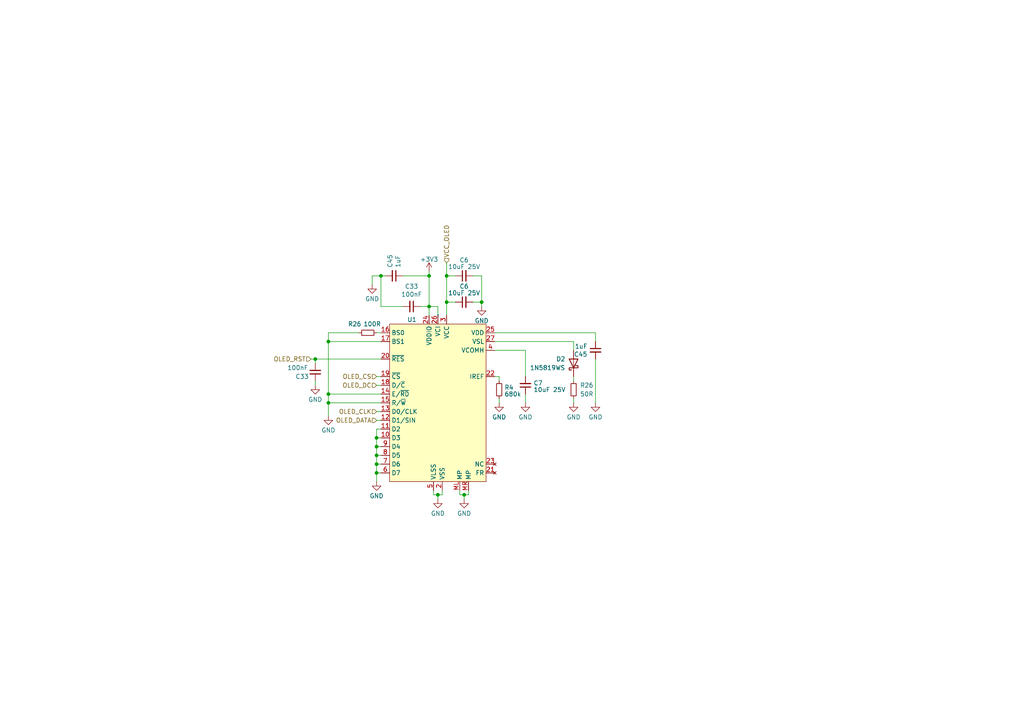
<source format=kicad_sch>
(kicad_sch (version 20230121) (generator eeschema)
  (paper "A4")
  (lib_symbols
    (symbol "Device:C_Small" (pin_numbers hide) (pin_names (offset 0.254) hide)
      (property "Reference" "C" (at 0.254 1.778 0))
      (property "Value" "C_Small" (at 0.254 -2.032 0))
      (symbol "C_Small_0_1"
        (polyline (pts (xy -1.524 -0.508) (xy 1.524 -0.508)) (stroke (width 0.3302)))
        (polyline (pts (xy -1.524 0.508) (xy 1.524 0.508)) (stroke (width 0.3048)))
      )
      (symbol "C_Small_1_1"
        (pin passive line (at 0 2.54 270) (length 2.032) (name "~") (number "1"))
        (pin passive line (at 0 -2.54 90) (length 2.032) (name "~") (number "2"))
      )
    )
    (symbol "Device:R_Small" (pin_numbers hide) (pin_names (offset 0.254) hide)
      (property "Reference" "R" (at 0.762 0.508 0))
      (property "Value" "R_Small" (at 0.762 -1.016 0))
      (symbol "R_Small_0_1"
        (rectangle (start -0.762 1.778) (end 0.762 -1.778) (stroke (width 0.2032)))
      )
      (symbol "R_Small_1_1"
        (pin passive line (at 0 2.54 270) (length 0.762) (name "~") (number "1"))
        (pin passive line (at 0 -2.54 90) (length 0.762) (name "~") (number "2"))
      )
    )
    (symbol "Diode:1N5819WS" (pin_numbers hide) (pin_names (offset 1.016) hide)
      (property "Reference" "D" (at 0 2.54 0))
      (property "Value" "1N5819WS" (at 0 -2.54 0))
      (symbol "1N5819WS_0_1"
        (polyline (pts (xy 1.27 0) (xy -1.27 0)))
        (polyline (pts (xy 1.27 1.27) (xy 1.27 -1.27) (xy -1.27 0) (xy 1.27 1.27)) (stroke (width 0.254)))
        (polyline (pts (xy -1.905 0.635) (xy -1.905 1.27) (xy -1.27 1.27) (xy -1.27 -1.27) (xy -0.635 -1.27) (xy -0.635 -0.635)) (stroke (width 0.254)))
      )
      (symbol "1N5819WS_1_1"
        (pin passive line (at -3.81 0 0) (length 2.54) (name "K") (number "1"))
        (pin passive line (at 3.81 0 180) (length 2.54) (name "A") (number "2"))
      )
    )
    (symbol "OLED:OLED_256x64"
      (property "Reference" "U" (at 0 0 0))
      (symbol "OLED_256x64_0_0"
        (pin input line (at -16.51 -10.16 0) (length 2.54) (name "D3") (number "10"))
        (pin input line (at -16.51 -7.62 0) (length 2.54) (name "D2") (number "11"))
        (pin input line (at -16.51 2.54 0) (length 2.54) (name "E/~{RD}") (number "14"))
        (pin input line (at -16.51 0 0) (length 2.54) (name "R/~{W}") (number "15"))
        (pin input line (at -16.51 20.32 0) (length 2.54) (name "BS0") (number "16"))
        (pin input line (at -16.51 17.78 0) (length 2.54) (name "BS1") (number "17"))
        (pin input line (at -16.51 5.08 0) (length 2.54) (name "D/~{C}") (number "18"))
        (pin input line (at -16.51 7.62 0) (length 2.54) (name "~{CS}") (number "19"))
        (pin power_in line (at 1.27 -25.4 90) (length 2.54) (name "VSS") (number "2"))
        (pin input line (at -16.51 12.7 0) (length 2.54) (name "~{RES}") (number "20"))
        (pin no_connect line (at 16.51 -20.32 180) (length 2.54) (name "FR") (number "21"))
        (pin input line (at 16.51 7.62 180) (length 2.54) (name "IREF") (number "22"))
        (pin no_connect line (at 16.51 -17.78 180) (length 2.54) (name "NC") (number "23"))
        (pin power_in line (at -2.54 25.4 270) (length 2.54) (name "VDDIO") (number "24"))
        (pin power_in line (at 0 25.4 270) (length 2.54) (name "VCI") (number "26"))
        (pin power_out line (at 16.51 17.78 180) (length 2.54) (name "VSL") (number "27"))
        (pin power_in line (at 2.54 25.4 270) (length 2.54) (name "VCC") (number "3"))
        (pin power_out line (at 16.51 15.24 180) (length 2.54) (name "VCOMH") (number "4"))
        (pin power_in line (at -1.27 -25.4 90) (length 2.54) (name "VLSS") (number "5"))
        (pin input line (at -16.51 -20.32 0) (length 2.54) (name "D7") (number "6"))
        (pin input line (at -16.51 -17.78 0) (length 2.54) (name "D6") (number "7"))
        (pin input line (at -16.51 -15.24 0) (length 2.54) (name "D5") (number "8"))
        (pin input line (at -16.51 -12.7 0) (length 2.54) (name "D4") (number "9"))
      )
      (symbol "OLED_256x64_1_0"
        (pin passive line (at 1.27 -25.4 90) (length 2.54) hide (name "SHIELD") (number "1"))
        (pin input line (at -16.51 -5.08 0) (length 2.54) (name "D1/SIN") (number "12"))
        (pin input line (at -16.51 -2.54 0) (length 2.54) (name "D0/CLK") (number "13"))
        (pin power_out line (at 16.51 20.32 180) (length 2.54) (name "VDD") (number "25"))
        (pin power_in line (at -1.27 -25.4 90) (length 2.54) hide (name "VLSS") (number "28"))
        (pin power_in line (at 2.54 25.4 270) (length 2.54) hide (name "VCC") (number "29"))
        (pin passive line (at 1.27 -25.4 90) (length 2.54) hide (name "SHIELD") (number "30"))
        (pin passive line (at 6.35 -25.4 90) (length 2.54) (name "MP") (number "ML"))
        (pin passive line (at 8.89 -25.4 90) (length 2.54) (name "MP") (number "MR"))
      )
      (symbol "OLED_256x64_1_1"
        (rectangle (start -13.97 22.86) (end 13.97 -22.86) (fill (type background)))
      )
    )
    (symbol "power:+3V3" (power) (pin_names (offset 0))
      (property "Value" "+3V3" (at 0 3.556 0))
      (symbol "+3V3_0_1"
        (polyline (pts (xy -0.762 1.27) (xy 0 2.54)))
        (polyline (pts (xy 0 0) (xy 0 2.54)))
        (polyline (pts (xy 0 2.54) (xy 0.762 1.27)))
      )
      (symbol "+3V3_1_1"
        (pin power_in line (at 0 0 90) (length 0) hide (name "+3V3") (number "1"))
      )
    )
    (symbol "power:GND" (power) (pin_names (offset 0))
      (property "Value" "GND" (at 0 -3.81 0))
      (symbol "GND_0_1"
        (polyline (pts (xy 0 0) (xy 0 -1.27) (xy 1.27 -1.27) (xy 0 -2.54) (xy -1.27 -1.27) (xy 0 -1.27)))
      )
      (symbol "GND_1_1"
        (pin power_in line (at 0 0 270) (length 0) hide (name "GND") (number "1"))
      )
    )
  )
  (junction (at 95.25 114.3))
  (junction (at 127 143.51))
  (junction (at 139.7 87.63))
  (junction (at 95.25 116.84))
  (junction (at 109.22 137.16))
  (junction (at 124.46 80.01))
  (junction (at 124.46 88.9))
  (junction (at 95.25 99.06))
  (junction (at 109.22 134.62))
  (junction (at 91.44 104.14))
  (junction (at 109.22 127))
  (junction (at 129.54 87.63))
  (junction (at 110.49 80.01))
  (junction (at 134.62 143.51))
  (junction (at 129.54 80.01))
  (junction (at 109.22 129.54))
  (junction (at 109.22 132.08))
  (wire (pts (xy 152.4 114.3) (xy 152.4 116.84)))
  (wire (pts (xy 95.25 99.06) (xy 95.25 114.3)))
  (wire (pts (xy 144.78 115.57) (xy 144.78 116.84)))
  (wire (pts (xy 134.62 143.51) (xy 135.89 143.51)))
  (wire (pts (xy 110.49 88.9) (xy 110.49 80.01)))
  (wire (pts (xy 166.37 115.57) (xy 166.37 116.84)))
  (wire (pts (xy 95.25 96.52) (xy 104.14 96.52)))
  (wire (pts (xy 109.22 109.22) (xy 110.49 109.22)))
  (wire (pts (xy 109.22 137.16) (xy 109.22 134.62)))
  (wire (pts (xy 172.72 104.14) (xy 172.72 116.84)))
  (wire (pts (xy 139.7 87.63) (xy 139.7 88.9)))
  (wire (pts (xy 109.22 132.08) (xy 110.49 132.08)))
  (wire (pts (xy 109.22 134.62) (xy 110.49 134.62)))
  (wire (pts (xy 116.84 80.01) (xy 124.46 80.01)))
  (wire (pts (xy 143.51 99.06) (xy 166.37 99.06)))
  (wire (pts (xy 109.22 134.62) (xy 109.22 132.08)))
  (wire (pts (xy 91.44 104.14) (xy 91.44 105.41)))
  (wire (pts (xy 143.51 109.22) (xy 144.78 109.22)))
  (wire (pts (xy 109.22 121.92) (xy 110.49 121.92)))
  (wire (pts (xy 127 88.9) (xy 124.46 88.9)))
  (wire (pts (xy 127 91.44) (xy 127 88.9)))
  (wire (pts (xy 128.27 143.51) (xy 128.27 142.24)))
  (wire (pts (xy 107.95 80.01) (xy 110.49 80.01)))
  (wire (pts (xy 109.22 124.46) (xy 110.49 124.46)))
  (wire (pts (xy 129.54 80.01) (xy 129.54 87.63)))
  (wire (pts (xy 129.54 87.63) (xy 132.08 87.63)))
  (wire (pts (xy 109.22 127) (xy 110.49 127)))
  (wire (pts (xy 95.25 116.84) (xy 110.49 116.84)))
  (wire (pts (xy 95.25 120.65) (xy 95.25 116.84)))
  (wire (pts (xy 124.46 78.74) (xy 124.46 80.01)))
  (wire (pts (xy 166.37 109.22) (xy 166.37 110.49)))
  (wire (pts (xy 109.22 111.76) (xy 110.49 111.76)))
  (wire (pts (xy 166.37 99.06) (xy 166.37 101.6)))
  (wire (pts (xy 143.51 101.6) (xy 152.4 101.6)))
  (wire (pts (xy 110.49 114.3) (xy 95.25 114.3)))
  (wire (pts (xy 109.22 119.38) (xy 110.49 119.38)))
  (wire (pts (xy 127 143.51) (xy 125.73 143.51)))
  (wire (pts (xy 139.7 80.01) (xy 139.7 87.63)))
  (wire (pts (xy 109.22 139.7) (xy 109.22 137.16)))
  (wire (pts (xy 129.54 76.2) (xy 129.54 80.01)))
  (wire (pts (xy 90.17 104.14) (xy 91.44 104.14)))
  (wire (pts (xy 110.49 80.01) (xy 111.76 80.01)))
  (wire (pts (xy 107.95 82.55) (xy 107.95 80.01)))
  (wire (pts (xy 137.16 80.01) (xy 139.7 80.01)))
  (wire (pts (xy 127 143.51) (xy 128.27 143.51)))
  (wire (pts (xy 109.22 127) (xy 109.22 124.46)))
  (wire (pts (xy 172.72 99.06) (xy 172.72 96.52)))
  (wire (pts (xy 152.4 101.6) (xy 152.4 109.22)))
  (wire (pts (xy 137.16 87.63) (xy 139.7 87.63)))
  (wire (pts (xy 121.92 88.9) (xy 124.46 88.9)))
  (wire (pts (xy 124.46 88.9) (xy 124.46 91.44)))
  (wire (pts (xy 95.25 99.06) (xy 110.49 99.06)))
  (wire (pts (xy 127 144.78) (xy 127 143.51)))
  (wire (pts (xy 95.25 114.3) (xy 95.25 116.84)))
  (wire (pts (xy 109.22 137.16) (xy 110.49 137.16)))
  (wire (pts (xy 109.22 129.54) (xy 110.49 129.54)))
  (wire (pts (xy 109.22 96.52) (xy 110.49 96.52)))
  (wire (pts (xy 91.44 110.49) (xy 91.44 111.76)))
  (wire (pts (xy 134.62 144.78) (xy 134.62 143.51)))
  (wire (pts (xy 109.22 132.08) (xy 109.22 129.54)))
  (wire (pts (xy 133.35 142.24) (xy 133.35 143.51)))
  (wire (pts (xy 109.22 129.54) (xy 109.22 127)))
  (wire (pts (xy 91.44 104.14) (xy 110.49 104.14)))
  (wire (pts (xy 133.35 143.51) (xy 134.62 143.51)))
  (wire (pts (xy 172.72 96.52) (xy 143.51 96.52)))
  (wire (pts (xy 124.46 80.01) (xy 124.46 88.9)))
  (wire (pts (xy 135.89 142.24) (xy 135.89 143.51)))
  (wire (pts (xy 110.49 88.9) (xy 116.84 88.9)))
  (wire (pts (xy 125.73 143.51) (xy 125.73 142.24)))
  (wire (pts (xy 144.78 109.22) (xy 144.78 110.49)))
  (wire (pts (xy 129.54 80.01) (xy 132.08 80.01)))
  (wire (pts (xy 129.54 87.63) (xy 129.54 91.44)))
  (wire (pts (xy 95.25 96.52) (xy 95.25 99.06)))
  (hierarchical_label "OLED_DC" (shape input) (at 109.22 111.76 180))
  (hierarchical_label "OLED_CS" (shape input) (at 109.22 109.22 180))
  (hierarchical_label "VCC_OLED" (shape input) (at 129.54 76.2 90))
  (hierarchical_label "OLED_RST" (shape input) (at 90.17 104.14 180))
  (hierarchical_label "OLED_DATA" (shape input) (at 109.22 121.92 180))
  (hierarchical_label "OLED_CLK" (shape input) (at 109.22 119.38 180))
  (symbol (lib_id "Device:C_Small") (at 119.38 88.9 270) (unit 1)
    (property "Reference" "C33" (at 119.38 83.0834 90))
    (property "Value" "100nF" (at 119.38 85.3948 90))
    (property "Footprint" "Capacitor_SMD:C_0402_1005Metric" (effects hide))
    (property "LCSC" "C1525" (effects hide))
    (instances (project "rgb-led-nametag-48x16" (path "" (reference "C33") (unit 1))) (project "oled-nametag" (path "" (reference "C2") (unit 1)) (path "" (reference "C2") (unit 1))))
  )
  (symbol (lib_id "power:GND") (at 127 144.78 0) (unit 1)
    (property "Reference" "#PWR014" (effects hide))
    (property "Value" "GND" (at 127 148.9155 0))
    (instances (project "oled-nametag" (path "" (reference "#PWR014") (unit 1)) (path "" (reference "#PWR07") (unit 1))))
  )
  (symbol (lib_id "power:GND") (at 107.95 82.55 0) (unit 1)
    (property "Reference" "#PWR04" (effects hide))
    (property "Value" "GND" (at 107.95 86.6855 0))
  )
  (symbol (lib_id "Device:C_Small") (at 172.72 101.6 0) (unit 1)
    (property "Reference" "C45" (at 170.3832 102.7684 0) (effects (justify right)))
    (property "Value" "1uF" (at 170.3832 100.457 0) (effects (justify right)))
    (property "Footprint" "Capacitor_SMD:C_0402_1005Metric" (effects hide))
    (property "LCSC" "C52923" (effects hide))
    (instances (project "rgb-led-nametag-48x16" (path "" (reference "C45") (unit 1))) (project "oled-nametag" (path "" (reference "C8") (unit 1)) (path "" (reference "C7") (unit 1))))
  )
  (symbol (lib_id "Device:R_Small") (at 166.37 113.03 0) (mirror x) (unit 1)
    (property "Reference" "R26" (at 170.18 111.76 0))
    (property "Value" "50R" (at 170.18 114.3 0))
    (property "Footprint" "Resistor_SMD:R_0402_1005Metric" (effects hide))
    (property "LCSC" "C25120" (effects hide))
    (instances (project "rgb-led-nametag-48x16" (path "" (reference "R26") (unit 1))) (project "oled-nametag" (path "" (reference "R5") (unit 1)) (path "" (reference "R3") (unit 1))))
  )
  (symbol (lib_id "Device:C_Small") (at 134.62 87.63 90) (unit 1)
    (property "Reference" "C6" (at 134.6263 83.058 90))
    (property "Value" "10uF 25V" (at 134.6263 84.979 90))
    (property "Footprint" "Capacitor_SMD:C_0603_1608Metric" (effects hide))
    (property "LCSC" "C96446" (effects hide))
    (instances (project "oled-nametag" (path "" (reference "C6") (unit 1)) (path "" (reference "C3") (unit 1))))
  )
  (symbol (lib_id "OLED:OLED_256x64") (at 127 116.84 0) (unit 1)
    (property "Reference" "U1" (at 118.11 92.71 0) (effects (justify left)))
    (property "Value" "~" (at 127 91.44 90))
    (property "Footprint" "FFC_HDGC:FFC_30P_TC_P0.5mm_0.5K-AS-30PWB" (effects hide))
    (property "LCSC" "C2911772" (effects hide))
  )
  (symbol (lib_id "power:GND") (at 91.44 111.76 0) (unit 1)
    (property "Reference" "#PWR01" (effects hide))
    (property "Value" "GND" (at 91.44 115.8955 0))
  )
  (symbol (lib_id "Diode:1N5819WS") (at 166.37 105.41 90) (unit 1)
    (property "Reference" "D2" (at 161.29 104.14 90) (effects (justify right)))
    (property "Value" "1N5819WS" (at 153.67 106.68 90) (effects (justify right)))
    (property "Footprint" "Diode_SMD:D_SOD-323" (effects hide))
    (property "Datasheet" "https://datasheet.lcsc.com/lcsc/2204281430_Guangdong-Hottech-1N5819WS_C191023.pdf" (effects hide))
    (property "LCSC" "C191023" (effects hide))
    (instances (project "oled-nametag" (path "" (reference "D2") (unit 1)) (path "" (reference "D1") (unit 1))))
  )
  (symbol (lib_id "Device:C_Small") (at 134.62 80.01 90) (unit 1)
    (property "Reference" "C6" (at 134.6263 75.438 90))
    (property "Value" "10uF 25V" (at 134.6263 77.359 90))
    (property "Footprint" "Capacitor_SMD:C_0603_1608Metric" (effects hide))
    (property "LCSC" "C96446" (effects hide))
    (instances (project "oled-nametag" (path "" (reference "C6") (unit 1)) (path "" (reference "C43") (unit 1))))
  )
  (symbol (lib_id "power:GND") (at 152.4 116.84 0) (unit 1)
    (property "Reference" "#PWR017" (effects hide))
    (property "Value" "GND" (at 152.4 120.9755 0))
    (instances (project "oled-nametag" (path "" (reference "#PWR017") (unit 1)) (path "" (reference "#PWR014") (unit 1))))
  )
  (symbol (lib_id "power:GND") (at 109.22 139.7 0) (unit 1)
    (property "Reference" "#PWR015" (effects hide))
    (property "Value" "GND" (at 109.22 143.8355 0))
    (instances (project "oled-nametag" (path "" (reference "#PWR015") (unit 1)) (path "" (reference "#PWR05") (unit 1))))
  )
  (symbol (lib_id "power:GND") (at 144.78 116.84 0) (unit 1)
    (property "Reference" "#PWR018" (effects hide))
    (property "Value" "GND" (at 144.78 120.9755 0))
    (instances (project "oled-nametag" (path "" (reference "#PWR018") (unit 1)) (path "" (reference "#PWR013") (unit 1))))
  )
  (symbol (lib_id "power:GND") (at 139.7 88.9 0) (unit 1)
    (property "Reference" "#PWR012" (effects hide))
    (property "Value" "GND" (at 139.7 93.0355 0))
    (instances (project "oled-nametag" (path "" (reference "#PWR012") (unit 1)) (path "" (reference "#PWR010") (unit 1))))
  )
  (symbol (lib_id "Device:R_Small") (at 106.68 96.52 90) (mirror x) (unit 1)
    (property "Reference" "R26" (at 102.87 93.98 90))
    (property "Value" "100R" (at 107.95 93.98 90))
    (property "Footprint" "Resistor_SMD:R_0402_1005Metric" (effects hide))
    (property "LCSC" "C25076" (effects hide))
    (instances (project "rgb-led-nametag-48x16" (path "" (reference "R26") (unit 1))) (project "oled-nametag" (path "" (reference "R1") (unit 1)) (path "" (reference "R1") (unit 1))))
  )
  (symbol (lib_id "power:GND") (at 166.37 116.84 0) (unit 1)
    (property "Reference" "#PWR019" (effects hide))
    (property "Value" "GND" (at 166.37 120.9755 0))
    (instances (project "oled-nametag" (path "" (reference "#PWR019") (unit 1)) (path "" (reference "#PWR016") (unit 1))))
  )
  (symbol (lib_id "power:+3V3") (at 124.46 78.74 0) (unit 1)
    (property "Reference" "#PWR047" (effects hide))
    (property "Value" "+3V3" (at 124.46 75.2381 0))
  )
  (symbol (lib_id "power:GND") (at 172.72 116.84 0) (unit 1)
    (property "Reference" "#PWR020" (effects hide))
    (property "Value" "GND" (at 172.72 120.9755 0))
    (instances (project "oled-nametag" (path "" (reference "#PWR020") (unit 1)) (path "" (reference "#PWR017") (unit 1))))
  )
  (symbol (lib_id "Device:C_Small") (at 114.3 80.01 270) (unit 1)
    (property "Reference" "C45" (at 113.1316 77.6732 0) (effects (justify right)))
    (property "Value" "1uF" (at 115.443 77.6732 0) (effects (justify right)))
    (property "Footprint" "Capacitor_SMD:C_0402_1005Metric" (effects hide))
    (property "LCSC" "C52923" (effects hide))
    (instances (project "rgb-led-nametag-48x16" (path "" (reference "C45") (unit 1))) (project "oled-nametag" (path "" (reference "C1") (unit 1)) (path "" (reference "C1") (unit 1))))
  )
  (symbol (lib_id "power:GND") (at 134.62 144.78 0) (unit 1)
    (property "Reference" "#PWR014" (effects hide))
    (property "Value" "GND" (at 134.62 148.9155 0))
    (instances (project "oled-nametag" (path "" (reference "#PWR014") (unit 1)) (path "" (reference "#PWR081") (unit 1))))
  )
  (symbol (lib_id "Device:C_Small") (at 91.44 107.95 0) (mirror x) (unit 1)
    (property "Reference" "C33" (at 87.63 109.22 0))
    (property "Value" "100nF" (at 86.36 106.68 0))
    (property "Footprint" "Capacitor_SMD:C_0402_1005Metric" (effects hide))
    (property "LCSC" "C1525" (effects hide))
    (instances (project "rgb-led-nametag-48x16" (path "" (reference "C33") (unit 1))) (project "oled-nametag" (path "" (reference "C16") (unit 1)) (path "" (reference "C17") (unit 1)) (path "" (reference "C39") (unit 1))))
  )
  (symbol (lib_id "Device:C_Small") (at 152.4 111.76 180) (unit 1)
    (property "Reference" "C7" (at 154.7241 111.1099 0) (effects (justify right)))
    (property "Value" "10uF 25V" (at 154.7241 113.0309 0) (effects (justify right)))
    (property "Footprint" "Capacitor_SMD:C_0603_1608Metric" (effects hide))
    (property "LCSC" "C96446" (effects hide))
    (instances (project "oled-nametag" (path "" (reference "C7") (unit 1)) (path "" (reference "C6") (unit 1))))
  )
  (symbol (lib_id "Device:R_Small") (at 144.78 113.03 0) (unit 1)
    (property "Reference" "R4" (at 146.2786 112.3863 0) (effects (justify left)))
    (property "Value" "680k" (at 146.2786 114.3073 0) (effects (justify left)))
    (property "Footprint" "Resistor_SMD:R_0603_1608Metric" (effects hide))
    (property "LCSC" "C25822" (effects hide))
    (instances (project "oled-nametag" (path "" (reference "R4") (unit 1)) (path "" (reference "R2") (unit 1))))
  )
  (symbol (lib_id "power:GND") (at 95.25 120.65 0) (unit 1)
    (property "Reference" "#PWR016" (effects hide))
    (property "Value" "GND" (at 95.25 124.7855 0))
    (instances (project "oled-nametag" (path "" (reference "#PWR016") (unit 1)) (path "" (reference "#PWR02") (unit 1))))
  )
)
</source>
